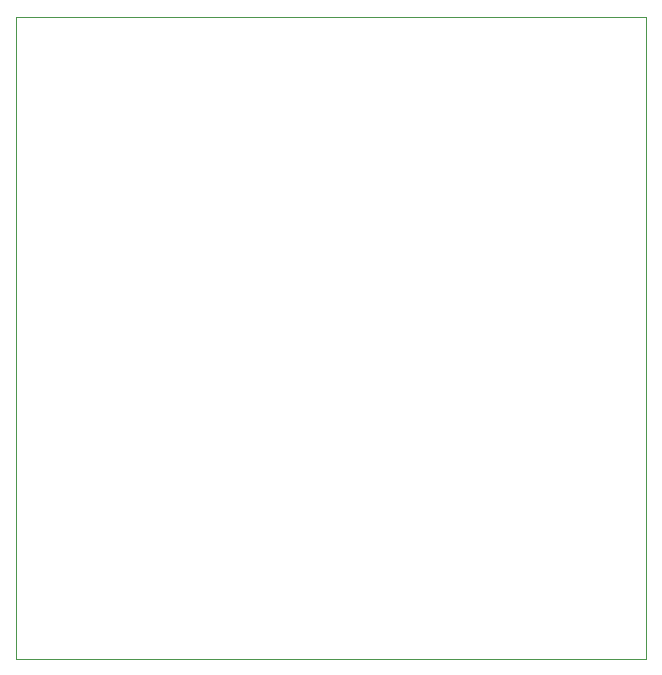
<source format=gbr>
G04 #@! TF.GenerationSoftware,KiCad,Pcbnew,6.0.9+dfsg-1*
G04 #@! TF.CreationDate,2023-03-25T11:37:52-04:00*
G04 #@! TF.ProjectId,fox,666f782e-6b69-4636-9164-5f7063625858,v3.1*
G04 #@! TF.SameCoordinates,Original*
G04 #@! TF.FileFunction,Profile,NP*
%FSLAX46Y46*%
G04 Gerber Fmt 4.6, Leading zero omitted, Abs format (unit mm)*
G04 Created by KiCad (PCBNEW 6.0.9+dfsg-1) date 2023-03-25 11:37:52*
%MOMM*%
%LPD*%
G01*
G04 APERTURE LIST*
G04 #@! TA.AperFunction,Profile*
%ADD10C,0.050000*%
G04 #@! TD*
G04 APERTURE END LIST*
D10*
X104648000Y-121666000D02*
X104648000Y-67310000D01*
X157988000Y-67310000D02*
X157988000Y-121666000D01*
X104648000Y-67310000D02*
X157988000Y-67310000D01*
X157988000Y-121666000D02*
X104648000Y-121666000D01*
M02*

</source>
